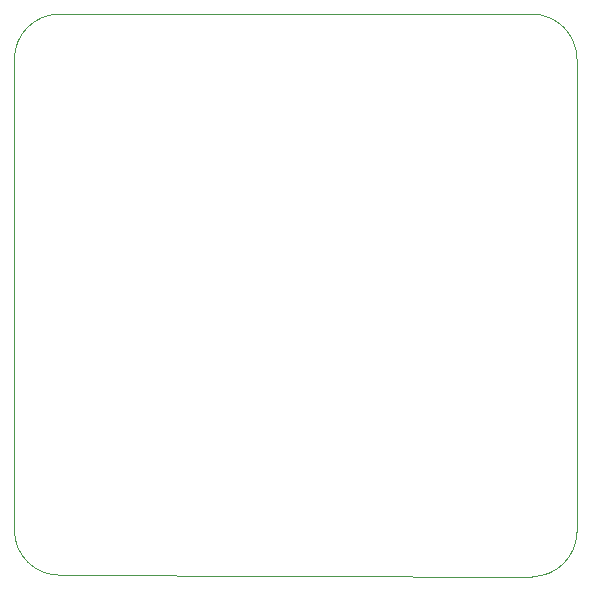
<source format=gbr>
G04 #@! TF.GenerationSoftware,KiCad,Pcbnew,(5.1.6)-1*
G04 #@! TF.CreationDate,2021-06-25T13:56:25+10:00*
G04 #@! TF.ProjectId,Fan Controller,46616e20-436f-46e7-9472-6f6c6c65722e,rev?*
G04 #@! TF.SameCoordinates,Original*
G04 #@! TF.FileFunction,Profile,NP*
%FSLAX46Y46*%
G04 Gerber Fmt 4.6, Leading zero omitted, Abs format (unit mm)*
G04 Created by KiCad (PCBNEW (5.1.6)-1) date 2021-06-25 13:56:25*
%MOMM*%
%LPD*%
G01*
G04 APERTURE LIST*
G04 #@! TA.AperFunction,Profile*
%ADD10C,0.050000*%
G04 #@! TD*
G04 APERTURE END LIST*
D10*
X159131000Y-121920000D02*
X159131000Y-81915000D01*
X115316000Y-125603000D02*
X155321000Y-125730000D01*
X111506000Y-81915000D02*
X111506000Y-121793000D01*
X155321000Y-78105000D02*
X115316000Y-78105000D01*
X155321000Y-78105000D02*
G75*
G02*
X159131000Y-81915000I0J-3810000D01*
G01*
X159131000Y-121920000D02*
G75*
G02*
X155321000Y-125730000I-3810000J0D01*
G01*
X115316000Y-125603000D02*
G75*
G02*
X111506000Y-121793000I0J3810000D01*
G01*
X111506000Y-81915000D02*
G75*
G02*
X115316000Y-78105000I3810000J0D01*
G01*
M02*

</source>
